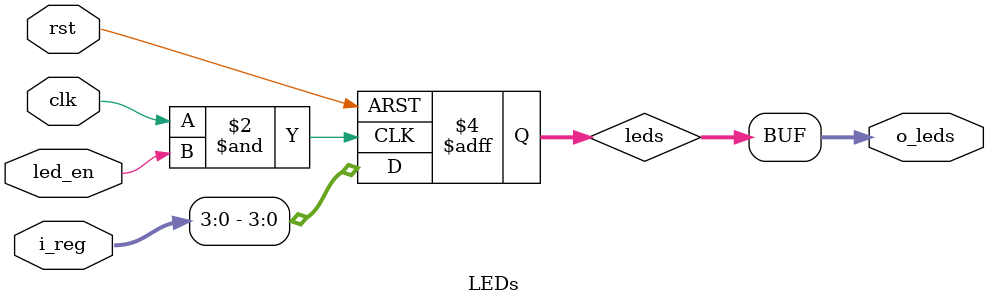
<source format=v>
`timescale 1ns / 1ps

module LEDs(
    input clk,            // Clock source
    input rst,            // Reset 
    input led_en,         // Enable the LEDS
    input [31:0] i_reg,   // Register data
    output [3:0] o_leds   // Ouput LEDs
    );
    
    // LEDs
    reg [3:0] leds;
    
    // Assign the output
    assign o_leds = leds;
    
    // Initial Conditions
    initial begin
        leds <= 4'd0;
    end
    
     // LEDs values
    always @(posedge (clk & led_en) or posedge rst)
    begin
        if (rst) begin
            leds <= 4'd0;
        end
        else begin      
            leds <= i_reg[3:0];
        end
    end    
    
endmodule
</source>
